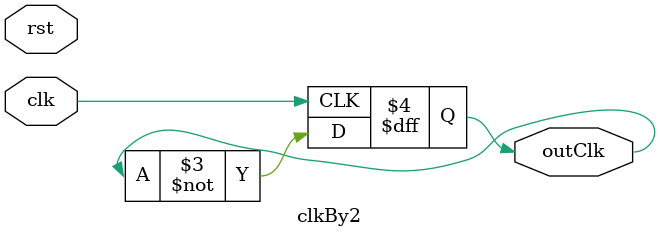
<source format=v>
module clkBy2(
    input wire clk,
    input wire rst,
    output reg outClk
);
    always @ (posedge clk)begin
        if (rst == 1'b1) begin
            outClk <= 1'b0;
        end
            outClk <= ~outClk;
    end
endmodule

</source>
